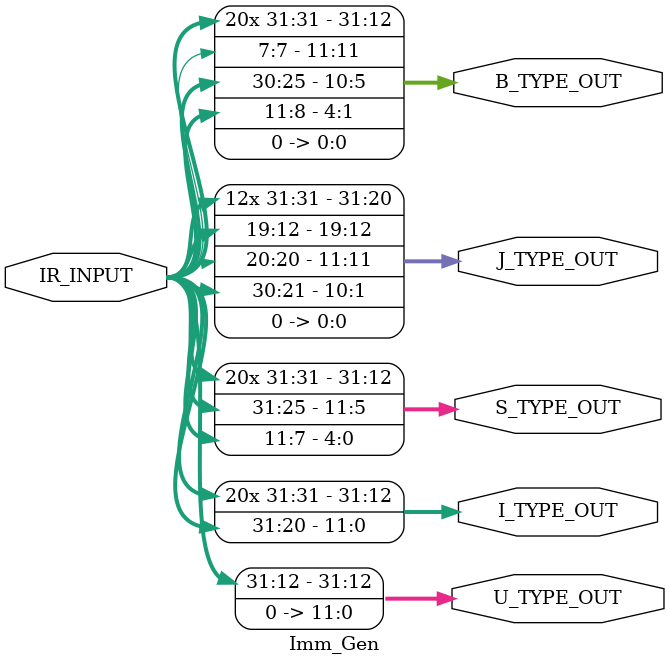
<source format=sv>
`timescale 1ns / 1ps


module Imm_Gen(IR_INPUT, U_TYPE_OUT, I_TYPE_OUT, S_TYPE_OUT,
                J_TYPE_OUT, B_TYPE_OUT);
                
    input [31:0] IR_INPUT; //Input of IR that will undergo concatenation
    output [31:0] U_TYPE_OUT, I_TYPE_OUT, S_TYPE_OUT, 
    J_TYPE_OUT, B_TYPE_OUT; //32-bit outputs of each type
    
    //Now, concatenate and replicate values for output
    
    
    assign U_TYPE_OUT = {{IR_INPUT [31:12]}, {12'b0}};
    //Concatenated output of U_TYPE_OUT
    assign I_TYPE_OUT = { {21{IR_INPUT[31]}}, IR_INPUT[30:20]};
    //Concatenated output of I_TYPE_OUT
    assign S_TYPE_OUT = {{21{IR_INPUT[31]}}, IR_INPUT[30:25],
    IR_INPUT[11:7]};
    //Concatenated output of S_TYPE_OUT
    assign B_TYPE_OUT = {{20{IR_INPUT[31]}}, IR_INPUT[7], IR_INPUT[30:25],
    IR_INPUT[11:8], 1'b0};
    //Concatenated output of B_TYPE_OUT
    assign J_TYPE_OUT = {{12{IR_INPUT[31]}}, IR_INPUT[19:12],
    IR_INPUT[20], IR_INPUT[30:21], 1'b0};
    //Concatenated output of J_TYPE_OUT
    
    //Concatenations above were done based on the Hardware 4
    // lab manual

endmodule

</source>
